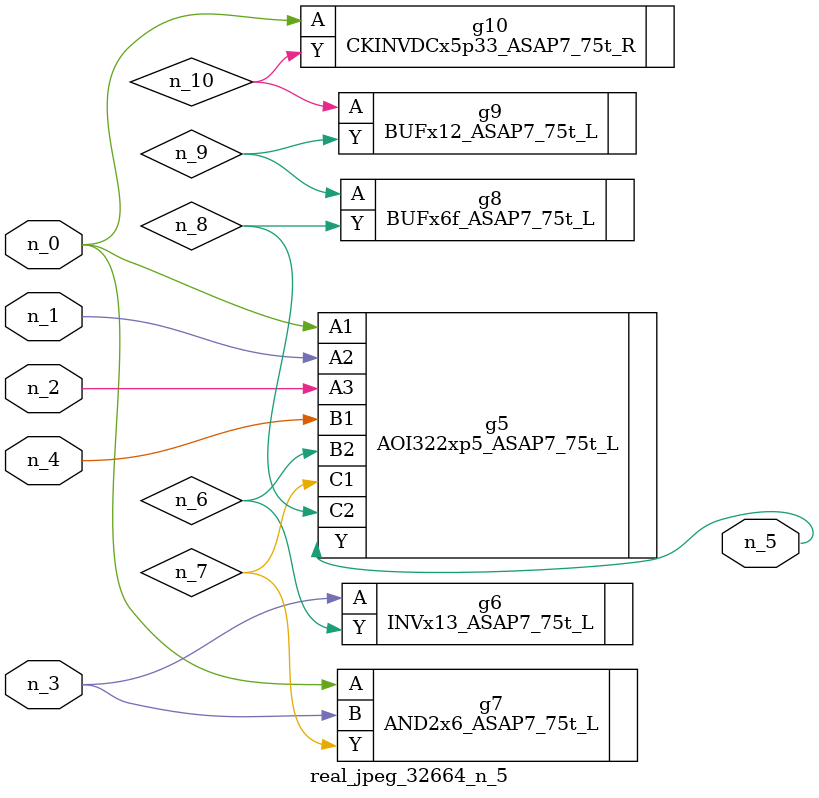
<source format=v>
module real_jpeg_32664_n_5 (n_4, n_0, n_1, n_2, n_3, n_5);

input n_4;
input n_0;
input n_1;
input n_2;
input n_3;

output n_5;

wire n_8;
wire n_6;
wire n_7;
wire n_10;
wire n_9;

AOI322xp5_ASAP7_75t_L g5 ( 
.A1(n_0),
.A2(n_1),
.A3(n_2),
.B1(n_4),
.B2(n_6),
.C1(n_7),
.C2(n_8),
.Y(n_5)
);

AND2x6_ASAP7_75t_L g7 ( 
.A(n_0),
.B(n_3),
.Y(n_7)
);

CKINVDCx5p33_ASAP7_75t_R g10 ( 
.A(n_0),
.Y(n_10)
);

INVx13_ASAP7_75t_L g6 ( 
.A(n_3),
.Y(n_6)
);

BUFx6f_ASAP7_75t_L g8 ( 
.A(n_9),
.Y(n_8)
);

BUFx12_ASAP7_75t_L g9 ( 
.A(n_10),
.Y(n_9)
);


endmodule
</source>
